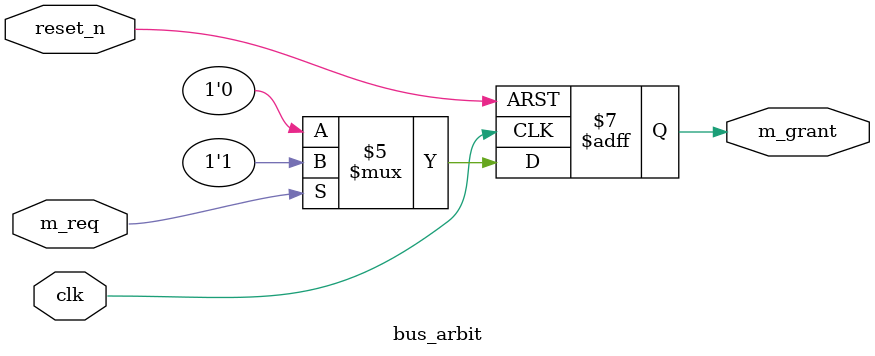
<source format=v>
module bus_arbit(clk, reset_n, m_req, m_grant);
	input clk, reset_n, m_req;
	output reg m_grant;
	
	always @(posedge clk or negedge reset_n) begin
		if (reset_n == 0)
			m_grant = 0;
		else begin
			if (m_req == 0)
				m_grant = 0;
			else
				m_grant = 1;
		end
	end

endmodule

</source>
